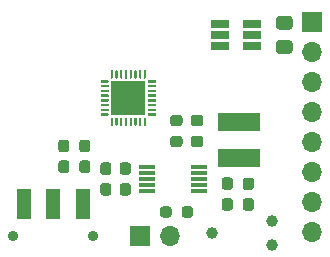
<source format=gbr>
%TF.GenerationSoftware,KiCad,Pcbnew,(5.1.10-1-10_14)*%
%TF.CreationDate,2021-08-31T12:45:11-05:00*%
%TF.ProjectId,wireless_measurement_ard,77697265-6c65-4737-935f-6d6561737572,rev?*%
%TF.SameCoordinates,Original*%
%TF.FileFunction,Soldermask,Bot*%
%TF.FilePolarity,Negative*%
%FSLAX46Y46*%
G04 Gerber Fmt 4.6, Leading zero omitted, Abs format (unit mm)*
G04 Created by KiCad (PCBNEW (5.1.10-1-10_14)) date 2021-08-31 12:45:11*
%MOMM*%
%LPD*%
G01*
G04 APERTURE LIST*
%ADD10R,2.900000X2.900000*%
%ADD11R,1.560000X0.650000*%
%ADD12R,3.600000X1.500000*%
%ADD13R,1.400000X0.300000*%
%ADD14C,0.990600*%
%ADD15C,0.900000*%
%ADD16R,1.250000X2.500000*%
%ADD17O,1.700000X1.700000*%
%ADD18R,1.700000X1.700000*%
G04 APERTURE END LIST*
%TO.C,U1*%
G36*
G01*
X122862000Y-86424000D02*
X122762000Y-86424000D01*
G75*
G02*
X122712000Y-86374000I0J50000D01*
G01*
X122712000Y-85774000D01*
G75*
G02*
X122762000Y-85724000I50000J0D01*
G01*
X122862000Y-85724000D01*
G75*
G02*
X122912000Y-85774000I0J-50000D01*
G01*
X122912000Y-86374000D01*
G75*
G02*
X122862000Y-86424000I-50000J0D01*
G01*
G37*
G36*
G01*
X122462000Y-86424000D02*
X122362000Y-86424000D01*
G75*
G02*
X122312000Y-86374000I0J50000D01*
G01*
X122312000Y-85774000D01*
G75*
G02*
X122362000Y-85724000I50000J0D01*
G01*
X122462000Y-85724000D01*
G75*
G02*
X122512000Y-85774000I0J-50000D01*
G01*
X122512000Y-86374000D01*
G75*
G02*
X122462000Y-86424000I-50000J0D01*
G01*
G37*
G36*
G01*
X122062000Y-86424000D02*
X121962000Y-86424000D01*
G75*
G02*
X121912000Y-86374000I0J50000D01*
G01*
X121912000Y-85774000D01*
G75*
G02*
X121962000Y-85724000I50000J0D01*
G01*
X122062000Y-85724000D01*
G75*
G02*
X122112000Y-85774000I0J-50000D01*
G01*
X122112000Y-86374000D01*
G75*
G02*
X122062000Y-86424000I-50000J0D01*
G01*
G37*
G36*
G01*
X121662000Y-86424000D02*
X121562000Y-86424000D01*
G75*
G02*
X121512000Y-86374000I0J50000D01*
G01*
X121512000Y-85774000D01*
G75*
G02*
X121562000Y-85724000I50000J0D01*
G01*
X121662000Y-85724000D01*
G75*
G02*
X121712000Y-85774000I0J-50000D01*
G01*
X121712000Y-86374000D01*
G75*
G02*
X121662000Y-86424000I-50000J0D01*
G01*
G37*
G36*
G01*
X121262000Y-86424000D02*
X121162000Y-86424000D01*
G75*
G02*
X121112000Y-86374000I0J50000D01*
G01*
X121112000Y-85774000D01*
G75*
G02*
X121162000Y-85724000I50000J0D01*
G01*
X121262000Y-85724000D01*
G75*
G02*
X121312000Y-85774000I0J-50000D01*
G01*
X121312000Y-86374000D01*
G75*
G02*
X121262000Y-86424000I-50000J0D01*
G01*
G37*
G36*
G01*
X120862000Y-86424000D02*
X120762000Y-86424000D01*
G75*
G02*
X120712000Y-86374000I0J50000D01*
G01*
X120712000Y-85774000D01*
G75*
G02*
X120762000Y-85724000I50000J0D01*
G01*
X120862000Y-85724000D01*
G75*
G02*
X120912000Y-85774000I0J-50000D01*
G01*
X120912000Y-86374000D01*
G75*
G02*
X120862000Y-86424000I-50000J0D01*
G01*
G37*
G36*
G01*
X120462000Y-86424000D02*
X120362000Y-86424000D01*
G75*
G02*
X120312000Y-86374000I0J50000D01*
G01*
X120312000Y-85774000D01*
G75*
G02*
X120362000Y-85724000I50000J0D01*
G01*
X120462000Y-85724000D01*
G75*
G02*
X120512000Y-85774000I0J-50000D01*
G01*
X120512000Y-86374000D01*
G75*
G02*
X120462000Y-86424000I-50000J0D01*
G01*
G37*
G36*
G01*
X120062000Y-86424000D02*
X119962000Y-86424000D01*
G75*
G02*
X119912000Y-86374000I0J50000D01*
G01*
X119912000Y-85774000D01*
G75*
G02*
X119962000Y-85724000I50000J0D01*
G01*
X120062000Y-85724000D01*
G75*
G02*
X120112000Y-85774000I0J-50000D01*
G01*
X120112000Y-86374000D01*
G75*
G02*
X120062000Y-86424000I-50000J0D01*
G01*
G37*
G36*
G01*
X119712000Y-85574000D02*
X119112000Y-85574000D01*
G75*
G02*
X119062000Y-85524000I0J50000D01*
G01*
X119062000Y-85424000D01*
G75*
G02*
X119112000Y-85374000I50000J0D01*
G01*
X119712000Y-85374000D01*
G75*
G02*
X119762000Y-85424000I0J-50000D01*
G01*
X119762000Y-85524000D01*
G75*
G02*
X119712000Y-85574000I-50000J0D01*
G01*
G37*
G36*
G01*
X119712000Y-85174000D02*
X119112000Y-85174000D01*
G75*
G02*
X119062000Y-85124000I0J50000D01*
G01*
X119062000Y-85024000D01*
G75*
G02*
X119112000Y-84974000I50000J0D01*
G01*
X119712000Y-84974000D01*
G75*
G02*
X119762000Y-85024000I0J-50000D01*
G01*
X119762000Y-85124000D01*
G75*
G02*
X119712000Y-85174000I-50000J0D01*
G01*
G37*
G36*
G01*
X119712000Y-84774000D02*
X119112000Y-84774000D01*
G75*
G02*
X119062000Y-84724000I0J50000D01*
G01*
X119062000Y-84624000D01*
G75*
G02*
X119112000Y-84574000I50000J0D01*
G01*
X119712000Y-84574000D01*
G75*
G02*
X119762000Y-84624000I0J-50000D01*
G01*
X119762000Y-84724000D01*
G75*
G02*
X119712000Y-84774000I-50000J0D01*
G01*
G37*
G36*
G01*
X119712000Y-84374000D02*
X119112000Y-84374000D01*
G75*
G02*
X119062000Y-84324000I0J50000D01*
G01*
X119062000Y-84224000D01*
G75*
G02*
X119112000Y-84174000I50000J0D01*
G01*
X119712000Y-84174000D01*
G75*
G02*
X119762000Y-84224000I0J-50000D01*
G01*
X119762000Y-84324000D01*
G75*
G02*
X119712000Y-84374000I-50000J0D01*
G01*
G37*
G36*
G01*
X119712000Y-83974000D02*
X119112000Y-83974000D01*
G75*
G02*
X119062000Y-83924000I0J50000D01*
G01*
X119062000Y-83824000D01*
G75*
G02*
X119112000Y-83774000I50000J0D01*
G01*
X119712000Y-83774000D01*
G75*
G02*
X119762000Y-83824000I0J-50000D01*
G01*
X119762000Y-83924000D01*
G75*
G02*
X119712000Y-83974000I-50000J0D01*
G01*
G37*
G36*
G01*
X119712000Y-83574000D02*
X119112000Y-83574000D01*
G75*
G02*
X119062000Y-83524000I0J50000D01*
G01*
X119062000Y-83424000D01*
G75*
G02*
X119112000Y-83374000I50000J0D01*
G01*
X119712000Y-83374000D01*
G75*
G02*
X119762000Y-83424000I0J-50000D01*
G01*
X119762000Y-83524000D01*
G75*
G02*
X119712000Y-83574000I-50000J0D01*
G01*
G37*
G36*
G01*
X119712000Y-83174000D02*
X119112000Y-83174000D01*
G75*
G02*
X119062000Y-83124000I0J50000D01*
G01*
X119062000Y-83024000D01*
G75*
G02*
X119112000Y-82974000I50000J0D01*
G01*
X119712000Y-82974000D01*
G75*
G02*
X119762000Y-83024000I0J-50000D01*
G01*
X119762000Y-83124000D01*
G75*
G02*
X119712000Y-83174000I-50000J0D01*
G01*
G37*
G36*
G01*
X119712000Y-82774000D02*
X119112000Y-82774000D01*
G75*
G02*
X119062000Y-82724000I0J50000D01*
G01*
X119062000Y-82624000D01*
G75*
G02*
X119112000Y-82574000I50000J0D01*
G01*
X119712000Y-82574000D01*
G75*
G02*
X119762000Y-82624000I0J-50000D01*
G01*
X119762000Y-82724000D01*
G75*
G02*
X119712000Y-82774000I-50000J0D01*
G01*
G37*
G36*
G01*
X120062000Y-82424000D02*
X119962000Y-82424000D01*
G75*
G02*
X119912000Y-82374000I0J50000D01*
G01*
X119912000Y-81774000D01*
G75*
G02*
X119962000Y-81724000I50000J0D01*
G01*
X120062000Y-81724000D01*
G75*
G02*
X120112000Y-81774000I0J-50000D01*
G01*
X120112000Y-82374000D01*
G75*
G02*
X120062000Y-82424000I-50000J0D01*
G01*
G37*
G36*
G01*
X120462000Y-82424000D02*
X120362000Y-82424000D01*
G75*
G02*
X120312000Y-82374000I0J50000D01*
G01*
X120312000Y-81774000D01*
G75*
G02*
X120362000Y-81724000I50000J0D01*
G01*
X120462000Y-81724000D01*
G75*
G02*
X120512000Y-81774000I0J-50000D01*
G01*
X120512000Y-82374000D01*
G75*
G02*
X120462000Y-82424000I-50000J0D01*
G01*
G37*
G36*
G01*
X120862000Y-82424000D02*
X120762000Y-82424000D01*
G75*
G02*
X120712000Y-82374000I0J50000D01*
G01*
X120712000Y-81774000D01*
G75*
G02*
X120762000Y-81724000I50000J0D01*
G01*
X120862000Y-81724000D01*
G75*
G02*
X120912000Y-81774000I0J-50000D01*
G01*
X120912000Y-82374000D01*
G75*
G02*
X120862000Y-82424000I-50000J0D01*
G01*
G37*
G36*
G01*
X121262000Y-82424000D02*
X121162000Y-82424000D01*
G75*
G02*
X121112000Y-82374000I0J50000D01*
G01*
X121112000Y-81774000D01*
G75*
G02*
X121162000Y-81724000I50000J0D01*
G01*
X121262000Y-81724000D01*
G75*
G02*
X121312000Y-81774000I0J-50000D01*
G01*
X121312000Y-82374000D01*
G75*
G02*
X121262000Y-82424000I-50000J0D01*
G01*
G37*
G36*
G01*
X121662000Y-82424000D02*
X121562000Y-82424000D01*
G75*
G02*
X121512000Y-82374000I0J50000D01*
G01*
X121512000Y-81774000D01*
G75*
G02*
X121562000Y-81724000I50000J0D01*
G01*
X121662000Y-81724000D01*
G75*
G02*
X121712000Y-81774000I0J-50000D01*
G01*
X121712000Y-82374000D01*
G75*
G02*
X121662000Y-82424000I-50000J0D01*
G01*
G37*
G36*
G01*
X122062000Y-82424000D02*
X121962000Y-82424000D01*
G75*
G02*
X121912000Y-82374000I0J50000D01*
G01*
X121912000Y-81774000D01*
G75*
G02*
X121962000Y-81724000I50000J0D01*
G01*
X122062000Y-81724000D01*
G75*
G02*
X122112000Y-81774000I0J-50000D01*
G01*
X122112000Y-82374000D01*
G75*
G02*
X122062000Y-82424000I-50000J0D01*
G01*
G37*
G36*
G01*
X122462000Y-82424000D02*
X122362000Y-82424000D01*
G75*
G02*
X122312000Y-82374000I0J50000D01*
G01*
X122312000Y-81774000D01*
G75*
G02*
X122362000Y-81724000I50000J0D01*
G01*
X122462000Y-81724000D01*
G75*
G02*
X122512000Y-81774000I0J-50000D01*
G01*
X122512000Y-82374000D01*
G75*
G02*
X122462000Y-82424000I-50000J0D01*
G01*
G37*
G36*
G01*
X122862000Y-82424000D02*
X122762000Y-82424000D01*
G75*
G02*
X122712000Y-82374000I0J50000D01*
G01*
X122712000Y-81774000D01*
G75*
G02*
X122762000Y-81724000I50000J0D01*
G01*
X122862000Y-81724000D01*
G75*
G02*
X122912000Y-81774000I0J-50000D01*
G01*
X122912000Y-82374000D01*
G75*
G02*
X122862000Y-82424000I-50000J0D01*
G01*
G37*
G36*
G01*
X123712000Y-82774000D02*
X123112000Y-82774000D01*
G75*
G02*
X123062000Y-82724000I0J50000D01*
G01*
X123062000Y-82624000D01*
G75*
G02*
X123112000Y-82574000I50000J0D01*
G01*
X123712000Y-82574000D01*
G75*
G02*
X123762000Y-82624000I0J-50000D01*
G01*
X123762000Y-82724000D01*
G75*
G02*
X123712000Y-82774000I-50000J0D01*
G01*
G37*
G36*
G01*
X123712000Y-83174000D02*
X123112000Y-83174000D01*
G75*
G02*
X123062000Y-83124000I0J50000D01*
G01*
X123062000Y-83024000D01*
G75*
G02*
X123112000Y-82974000I50000J0D01*
G01*
X123712000Y-82974000D01*
G75*
G02*
X123762000Y-83024000I0J-50000D01*
G01*
X123762000Y-83124000D01*
G75*
G02*
X123712000Y-83174000I-50000J0D01*
G01*
G37*
G36*
G01*
X123712000Y-83574000D02*
X123112000Y-83574000D01*
G75*
G02*
X123062000Y-83524000I0J50000D01*
G01*
X123062000Y-83424000D01*
G75*
G02*
X123112000Y-83374000I50000J0D01*
G01*
X123712000Y-83374000D01*
G75*
G02*
X123762000Y-83424000I0J-50000D01*
G01*
X123762000Y-83524000D01*
G75*
G02*
X123712000Y-83574000I-50000J0D01*
G01*
G37*
G36*
G01*
X123712000Y-83974000D02*
X123112000Y-83974000D01*
G75*
G02*
X123062000Y-83924000I0J50000D01*
G01*
X123062000Y-83824000D01*
G75*
G02*
X123112000Y-83774000I50000J0D01*
G01*
X123712000Y-83774000D01*
G75*
G02*
X123762000Y-83824000I0J-50000D01*
G01*
X123762000Y-83924000D01*
G75*
G02*
X123712000Y-83974000I-50000J0D01*
G01*
G37*
G36*
G01*
X123712000Y-84374000D02*
X123112000Y-84374000D01*
G75*
G02*
X123062000Y-84324000I0J50000D01*
G01*
X123062000Y-84224000D01*
G75*
G02*
X123112000Y-84174000I50000J0D01*
G01*
X123712000Y-84174000D01*
G75*
G02*
X123762000Y-84224000I0J-50000D01*
G01*
X123762000Y-84324000D01*
G75*
G02*
X123712000Y-84374000I-50000J0D01*
G01*
G37*
G36*
G01*
X123712000Y-84774000D02*
X123112000Y-84774000D01*
G75*
G02*
X123062000Y-84724000I0J50000D01*
G01*
X123062000Y-84624000D01*
G75*
G02*
X123112000Y-84574000I50000J0D01*
G01*
X123712000Y-84574000D01*
G75*
G02*
X123762000Y-84624000I0J-50000D01*
G01*
X123762000Y-84724000D01*
G75*
G02*
X123712000Y-84774000I-50000J0D01*
G01*
G37*
G36*
G01*
X123712000Y-85174000D02*
X123112000Y-85174000D01*
G75*
G02*
X123062000Y-85124000I0J50000D01*
G01*
X123062000Y-85024000D01*
G75*
G02*
X123112000Y-84974000I50000J0D01*
G01*
X123712000Y-84974000D01*
G75*
G02*
X123762000Y-85024000I0J-50000D01*
G01*
X123762000Y-85124000D01*
G75*
G02*
X123712000Y-85174000I-50000J0D01*
G01*
G37*
G36*
G01*
X123712000Y-85574000D02*
X123112000Y-85574000D01*
G75*
G02*
X123062000Y-85524000I0J50000D01*
G01*
X123062000Y-85424000D01*
G75*
G02*
X123112000Y-85374000I50000J0D01*
G01*
X123712000Y-85374000D01*
G75*
G02*
X123762000Y-85424000I0J-50000D01*
G01*
X123762000Y-85524000D01*
G75*
G02*
X123712000Y-85574000I-50000J0D01*
G01*
G37*
D10*
X121412000Y-84074000D03*
%TD*%
D11*
%TO.C,U4*%
X129176800Y-78740000D03*
X129176800Y-77790000D03*
X129176800Y-79690000D03*
X131876800Y-79690000D03*
X131876800Y-78740000D03*
X131876800Y-77790000D03*
%TD*%
D12*
%TO.C,L1*%
X130810000Y-89155000D03*
X130810000Y-86105000D03*
%TD*%
D13*
%TO.C,U3*%
X127422000Y-91932000D03*
X127422000Y-91432000D03*
X127422000Y-90932000D03*
X127422000Y-90432000D03*
X127422000Y-89932000D03*
X123022000Y-89932000D03*
X123022000Y-90432000D03*
X123022000Y-90932000D03*
X123022000Y-91432000D03*
X123022000Y-91932000D03*
%TD*%
%TO.C,R6*%
G36*
G01*
X125924500Y-93963500D02*
X125924500Y-93488500D01*
G75*
G02*
X126162000Y-93251000I237500J0D01*
G01*
X126662000Y-93251000D01*
G75*
G02*
X126899500Y-93488500I0J-237500D01*
G01*
X126899500Y-93963500D01*
G75*
G02*
X126662000Y-94201000I-237500J0D01*
G01*
X126162000Y-94201000D01*
G75*
G02*
X125924500Y-93963500I0J237500D01*
G01*
G37*
G36*
G01*
X124099500Y-93963500D02*
X124099500Y-93488500D01*
G75*
G02*
X124337000Y-93251000I237500J0D01*
G01*
X124837000Y-93251000D01*
G75*
G02*
X125074500Y-93488500I0J-237500D01*
G01*
X125074500Y-93963500D01*
G75*
G02*
X124837000Y-94201000I-237500J0D01*
G01*
X124337000Y-94201000D01*
G75*
G02*
X124099500Y-93963500I0J237500D01*
G01*
G37*
%TD*%
D14*
%TO.C,J2*%
X128524000Y-95504000D03*
X133604000Y-96520000D03*
X133604000Y-94488000D03*
%TD*%
D15*
%TO.C,SW1*%
X111662000Y-95758000D03*
X118462000Y-95758000D03*
D16*
X112562000Y-93008000D03*
X115062000Y-93008000D03*
X117562000Y-93008000D03*
%TD*%
%TO.C,C6*%
G36*
G01*
X126701000Y-87994500D02*
X126701000Y-87519500D01*
G75*
G02*
X126938500Y-87282000I237500J0D01*
G01*
X127513500Y-87282000D01*
G75*
G02*
X127751000Y-87519500I0J-237500D01*
G01*
X127751000Y-87994500D01*
G75*
G02*
X127513500Y-88232000I-237500J0D01*
G01*
X126938500Y-88232000D01*
G75*
G02*
X126701000Y-87994500I0J237500D01*
G01*
G37*
G36*
G01*
X124951000Y-87994500D02*
X124951000Y-87519500D01*
G75*
G02*
X125188500Y-87282000I237500J0D01*
G01*
X125763500Y-87282000D01*
G75*
G02*
X126001000Y-87519500I0J-237500D01*
G01*
X126001000Y-87994500D01*
G75*
G02*
X125763500Y-88232000I-237500J0D01*
G01*
X125188500Y-88232000D01*
G75*
G02*
X124951000Y-87994500I0J237500D01*
G01*
G37*
%TD*%
%TO.C,C5*%
G36*
G01*
X126701000Y-86216500D02*
X126701000Y-85741500D01*
G75*
G02*
X126938500Y-85504000I237500J0D01*
G01*
X127513500Y-85504000D01*
G75*
G02*
X127751000Y-85741500I0J-237500D01*
G01*
X127751000Y-86216500D01*
G75*
G02*
X127513500Y-86454000I-237500J0D01*
G01*
X126938500Y-86454000D01*
G75*
G02*
X126701000Y-86216500I0J237500D01*
G01*
G37*
G36*
G01*
X124951000Y-86216500D02*
X124951000Y-85741500D01*
G75*
G02*
X125188500Y-85504000I237500J0D01*
G01*
X125763500Y-85504000D01*
G75*
G02*
X126001000Y-85741500I0J-237500D01*
G01*
X126001000Y-86216500D01*
G75*
G02*
X125763500Y-86454000I-237500J0D01*
G01*
X125188500Y-86454000D01*
G75*
G02*
X124951000Y-86216500I0J237500D01*
G01*
G37*
%TD*%
%TO.C,R5*%
G36*
G01*
X121395500Y-90582000D02*
X120920500Y-90582000D01*
G75*
G02*
X120683000Y-90344500I0J237500D01*
G01*
X120683000Y-89769500D01*
G75*
G02*
X120920500Y-89532000I237500J0D01*
G01*
X121395500Y-89532000D01*
G75*
G02*
X121633000Y-89769500I0J-237500D01*
G01*
X121633000Y-90344500D01*
G75*
G02*
X121395500Y-90582000I-237500J0D01*
G01*
G37*
G36*
G01*
X121395500Y-92332000D02*
X120920500Y-92332000D01*
G75*
G02*
X120683000Y-92094500I0J237500D01*
G01*
X120683000Y-91519500D01*
G75*
G02*
X120920500Y-91282000I237500J0D01*
G01*
X121395500Y-91282000D01*
G75*
G02*
X121633000Y-91519500I0J-237500D01*
G01*
X121633000Y-92094500D01*
G75*
G02*
X121395500Y-92332000I-237500J0D01*
G01*
G37*
%TD*%
%TO.C,R4*%
G36*
G01*
X119269500Y-91282000D02*
X119744500Y-91282000D01*
G75*
G02*
X119982000Y-91519500I0J-237500D01*
G01*
X119982000Y-92094500D01*
G75*
G02*
X119744500Y-92332000I-237500J0D01*
G01*
X119269500Y-92332000D01*
G75*
G02*
X119032000Y-92094500I0J237500D01*
G01*
X119032000Y-91519500D01*
G75*
G02*
X119269500Y-91282000I237500J0D01*
G01*
G37*
G36*
G01*
X119269500Y-89532000D02*
X119744500Y-89532000D01*
G75*
G02*
X119982000Y-89769500I0J-237500D01*
G01*
X119982000Y-90344500D01*
G75*
G02*
X119744500Y-90582000I-237500J0D01*
G01*
X119269500Y-90582000D01*
G75*
G02*
X119032000Y-90344500I0J237500D01*
G01*
X119032000Y-89769500D01*
G75*
G02*
X119269500Y-89532000I237500J0D01*
G01*
G37*
%TD*%
D17*
%TO.C,J1*%
X136956800Y-95453200D03*
X136956800Y-92913200D03*
X136956800Y-90373200D03*
X136956800Y-87833200D03*
X136956800Y-85293200D03*
X136956800Y-82753200D03*
X136956800Y-80213200D03*
D18*
X136956800Y-77673200D03*
%TD*%
%TO.C,C3*%
G36*
G01*
X131334500Y-92566000D02*
X131809500Y-92566000D01*
G75*
G02*
X132047000Y-92803500I0J-237500D01*
G01*
X132047000Y-93378500D01*
G75*
G02*
X131809500Y-93616000I-237500J0D01*
G01*
X131334500Y-93616000D01*
G75*
G02*
X131097000Y-93378500I0J237500D01*
G01*
X131097000Y-92803500D01*
G75*
G02*
X131334500Y-92566000I237500J0D01*
G01*
G37*
G36*
G01*
X131334500Y-90816000D02*
X131809500Y-90816000D01*
G75*
G02*
X132047000Y-91053500I0J-237500D01*
G01*
X132047000Y-91628500D01*
G75*
G02*
X131809500Y-91866000I-237500J0D01*
G01*
X131334500Y-91866000D01*
G75*
G02*
X131097000Y-91628500I0J237500D01*
G01*
X131097000Y-91053500D01*
G75*
G02*
X131334500Y-90816000I237500J0D01*
G01*
G37*
%TD*%
%TO.C,C2*%
G36*
G01*
X117491500Y-89363000D02*
X117966500Y-89363000D01*
G75*
G02*
X118204000Y-89600500I0J-237500D01*
G01*
X118204000Y-90175500D01*
G75*
G02*
X117966500Y-90413000I-237500J0D01*
G01*
X117491500Y-90413000D01*
G75*
G02*
X117254000Y-90175500I0J237500D01*
G01*
X117254000Y-89600500D01*
G75*
G02*
X117491500Y-89363000I237500J0D01*
G01*
G37*
G36*
G01*
X117491500Y-87613000D02*
X117966500Y-87613000D01*
G75*
G02*
X118204000Y-87850500I0J-237500D01*
G01*
X118204000Y-88425500D01*
G75*
G02*
X117966500Y-88663000I-237500J0D01*
G01*
X117491500Y-88663000D01*
G75*
G02*
X117254000Y-88425500I0J237500D01*
G01*
X117254000Y-87850500D01*
G75*
G02*
X117491500Y-87613000I237500J0D01*
G01*
G37*
%TD*%
D17*
%TO.C,Battery1*%
X124968000Y-95758000D03*
D18*
X122428000Y-95758000D03*
%TD*%
%TO.C,C4*%
G36*
G01*
X129556500Y-92552000D02*
X130031500Y-92552000D01*
G75*
G02*
X130269000Y-92789500I0J-237500D01*
G01*
X130269000Y-93364500D01*
G75*
G02*
X130031500Y-93602000I-237500J0D01*
G01*
X129556500Y-93602000D01*
G75*
G02*
X129319000Y-93364500I0J237500D01*
G01*
X129319000Y-92789500D01*
G75*
G02*
X129556500Y-92552000I237500J0D01*
G01*
G37*
G36*
G01*
X129556500Y-90802000D02*
X130031500Y-90802000D01*
G75*
G02*
X130269000Y-91039500I0J-237500D01*
G01*
X130269000Y-91614500D01*
G75*
G02*
X130031500Y-91852000I-237500J0D01*
G01*
X129556500Y-91852000D01*
G75*
G02*
X129319000Y-91614500I0J237500D01*
G01*
X129319000Y-91039500D01*
G75*
G02*
X129556500Y-90802000I237500J0D01*
G01*
G37*
%TD*%
%TO.C,C1*%
G36*
G01*
X115713500Y-89363000D02*
X116188500Y-89363000D01*
G75*
G02*
X116426000Y-89600500I0J-237500D01*
G01*
X116426000Y-90175500D01*
G75*
G02*
X116188500Y-90413000I-237500J0D01*
G01*
X115713500Y-90413000D01*
G75*
G02*
X115476000Y-90175500I0J237500D01*
G01*
X115476000Y-89600500D01*
G75*
G02*
X115713500Y-89363000I237500J0D01*
G01*
G37*
G36*
G01*
X115713500Y-87613000D02*
X116188500Y-87613000D01*
G75*
G02*
X116426000Y-87850500I0J-237500D01*
G01*
X116426000Y-88425500D01*
G75*
G02*
X116188500Y-88663000I-237500J0D01*
G01*
X115713500Y-88663000D01*
G75*
G02*
X115476000Y-88425500I0J237500D01*
G01*
X115476000Y-87850500D01*
G75*
G02*
X115713500Y-87613000I237500J0D01*
G01*
G37*
%TD*%
%TO.C,R1*%
G36*
G01*
X135070001Y-78281000D02*
X134169999Y-78281000D01*
G75*
G02*
X133920000Y-78031001I0J249999D01*
G01*
X133920000Y-77380999D01*
G75*
G02*
X134169999Y-77131000I249999J0D01*
G01*
X135070001Y-77131000D01*
G75*
G02*
X135320000Y-77380999I0J-249999D01*
G01*
X135320000Y-78031001D01*
G75*
G02*
X135070001Y-78281000I-249999J0D01*
G01*
G37*
G36*
G01*
X135070001Y-80331000D02*
X134169999Y-80331000D01*
G75*
G02*
X133920000Y-80081001I0J249999D01*
G01*
X133920000Y-79430999D01*
G75*
G02*
X134169999Y-79181000I249999J0D01*
G01*
X135070001Y-79181000D01*
G75*
G02*
X135320000Y-79430999I0J-249999D01*
G01*
X135320000Y-80081001D01*
G75*
G02*
X135070001Y-80331000I-249999J0D01*
G01*
G37*
%TD*%
M02*

</source>
